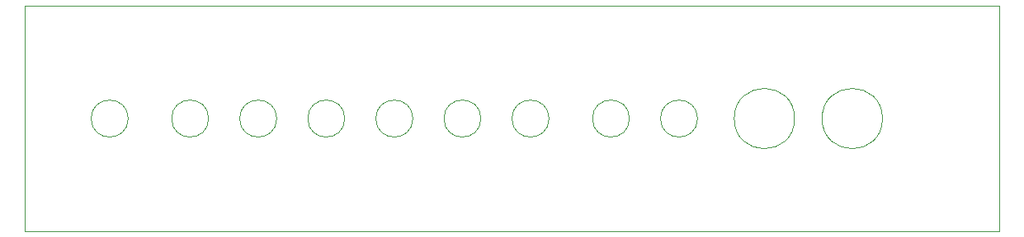
<source format=gm1>
G04 #@! TF.GenerationSoftware,KiCad,Pcbnew,(5.1.8)-1*
G04 #@! TF.CreationDate,2023-04-09T21:37:19+02:00*
G04 #@! TF.ProjectId,BulkyModem FP2,42756c6b-794d-46f6-9465-6d204650322e,rev?*
G04 #@! TF.SameCoordinates,Original*
G04 #@! TF.FileFunction,Profile,NP*
%FSLAX46Y46*%
G04 Gerber Fmt 4.6, Leading zero omitted, Abs format (unit mm)*
G04 Created by KiCad (PCBNEW (5.1.8)-1) date 2023-04-09 21:37:19*
%MOMM*%
%LPD*%
G01*
G04 APERTURE LIST*
G04 #@! TA.AperFunction,Profile*
%ADD10C,0.050000*%
G04 #@! TD*
G04 APERTURE END LIST*
D10*
X170098000Y-122595000D02*
G75*
G03*
X170098000Y-122595000I-3100000J0D01*
G01*
X179115000Y-122595000D02*
G75*
G03*
X179115000Y-122595000I-3100000J0D01*
G01*
X160135000Y-122595000D02*
G75*
G03*
X160135000Y-122595000I-1900000J0D01*
G01*
X153150000Y-122595000D02*
G75*
G03*
X153150000Y-122595000I-1900000J0D01*
G01*
X144895000Y-122595000D02*
G75*
G03*
X144895000Y-122595000I-1900000J0D01*
G01*
X137910000Y-122595000D02*
G75*
G03*
X137910000Y-122595000I-1900000J0D01*
G01*
X130925000Y-122595000D02*
G75*
G03*
X130925000Y-122595000I-1900000J0D01*
G01*
X123940000Y-122595000D02*
G75*
G03*
X123940000Y-122595000I-1900000J0D01*
G01*
X116955000Y-122595000D02*
G75*
G03*
X116955000Y-122595000I-1900000J0D01*
G01*
X109970000Y-122595000D02*
G75*
G03*
X109970000Y-122595000I-1900000J0D01*
G01*
X101715000Y-122595000D02*
G75*
G03*
X101715000Y-122595000I-1900000J0D01*
G01*
X91090000Y-110974000D02*
X191090000Y-110974000D01*
X91090000Y-134174000D02*
X191090000Y-134174000D01*
X91090000Y-110974000D02*
X91090000Y-134174000D01*
X191090000Y-134174000D02*
X191090000Y-110974000D01*
M02*

</source>
